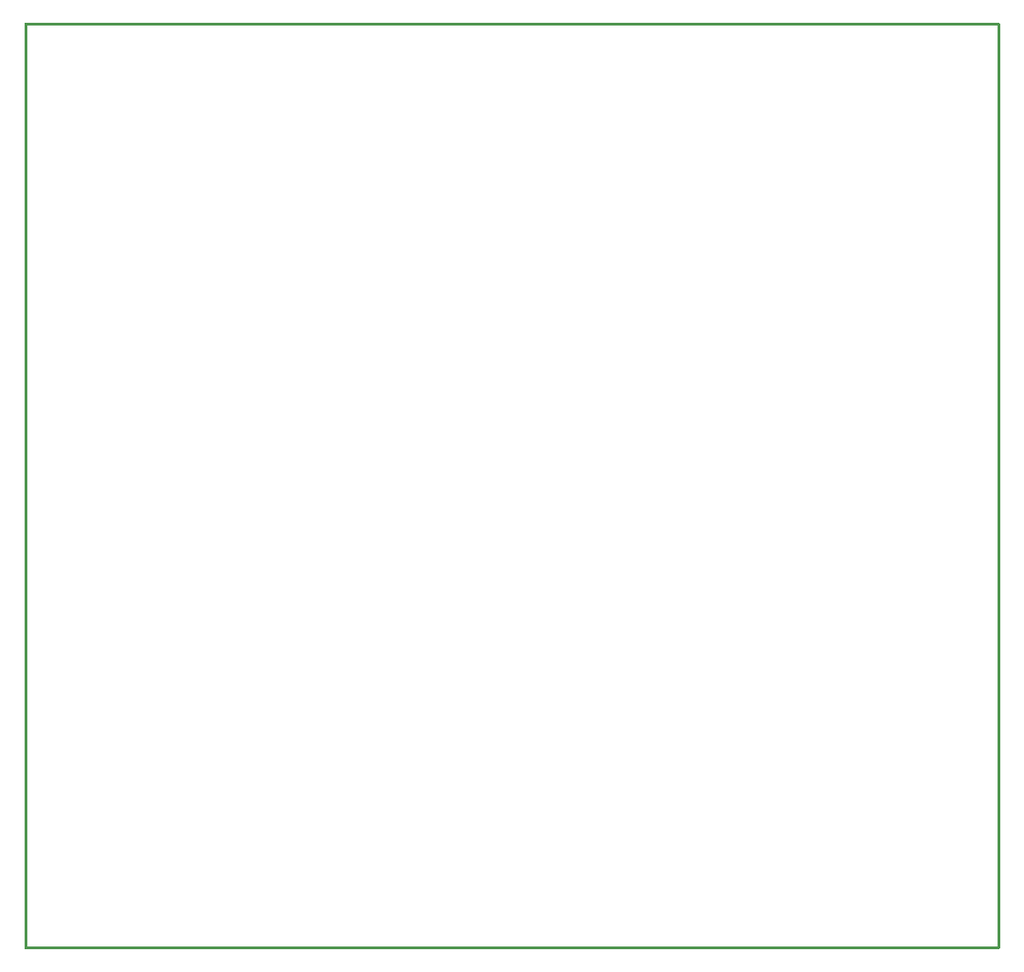
<source format=gko>
G04*
G04 #@! TF.GenerationSoftware,Altium Limited,Altium Designer,19.0.15 (446)*
G04*
G04 Layer_Color=16711935*
%FSLAX23Y23*%
%MOIN*%
G70*
G01*
G75*
%ADD15C,0.010*%
%ADD17C,0.005*%
D15*
X3445Y5000D02*
X7000D01*
X3445Y1625D02*
Y5000D01*
Y1625D02*
X7000D01*
Y5000D01*
D17*
X7003D02*
G03*
X7000Y5003I-3J0D01*
G01*
X7003Y5000D02*
G03*
X7000Y5003I-3J0D01*
G01*
Y1622D02*
G03*
X7003Y1625I0J3D01*
G01*
X7000Y1622D02*
G03*
X7003Y1625I0J3D01*
G01*
X3445Y5003D02*
G03*
X3442Y5000I0J-3D01*
G01*
X3445Y5003D02*
G03*
X3442Y5000I0J-3D01*
G01*
Y1625D02*
G03*
X3445Y1622I3J0D01*
G01*
X3442Y1625D02*
G03*
X3445Y1622I3J0D01*
G01*
X7003Y1625D02*
Y5000D01*
X3445Y5003D02*
X7000D01*
X3445Y1622D02*
X7000D01*
X3442Y1625D02*
Y5000D01*
M02*

</source>
